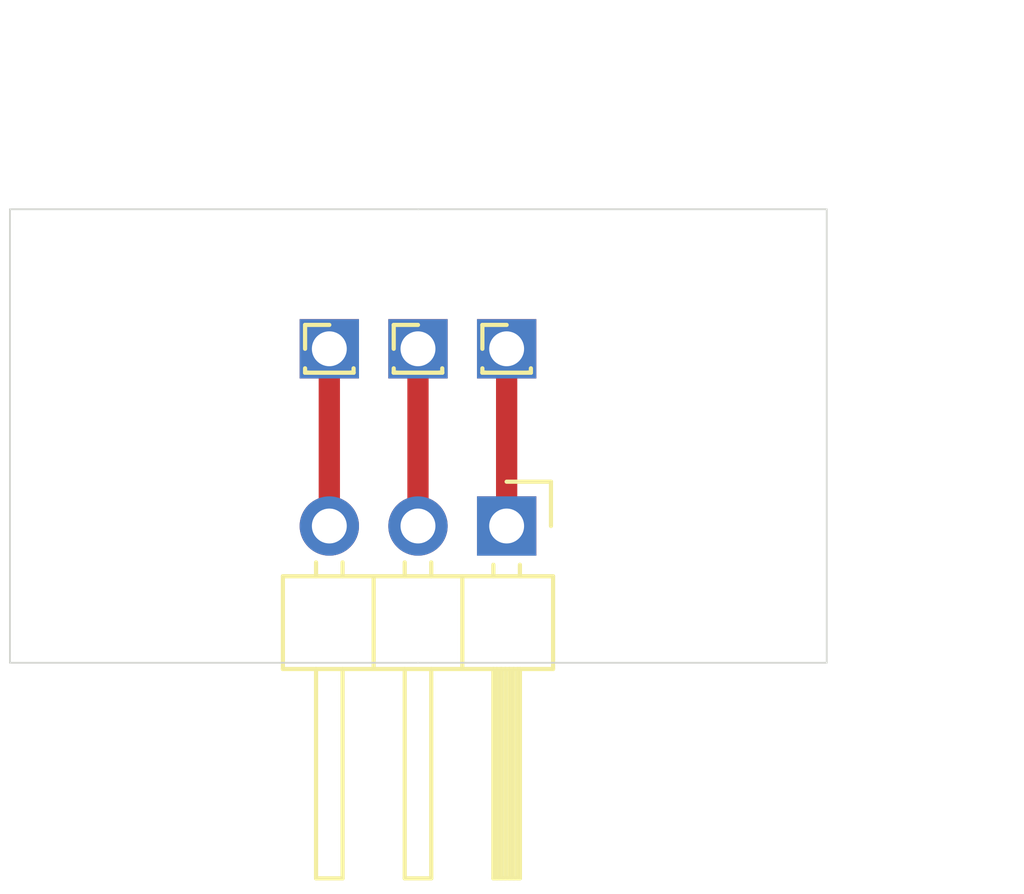
<source format=kicad_pcb>
(kicad_pcb (version 20171130) (host pcbnew "(5.1.10)-1")

  (general
    (thickness 1.6)
    (drawings 8)
    (tracks 3)
    (zones 0)
    (modules 6)
    (nets 4)
  )

  (page A4)
  (layers
    (0 F.Cu signal)
    (31 B.Cu signal)
    (32 B.Adhes user)
    (33 F.Adhes user)
    (34 B.Paste user)
    (35 F.Paste user)
    (36 B.SilkS user)
    (37 F.SilkS user)
    (38 B.Mask user)
    (39 F.Mask user)
    (40 Dwgs.User user)
    (41 Cmts.User user)
    (42 Eco1.User user)
    (43 Eco2.User user)
    (44 Edge.Cuts user)
    (45 Margin user)
    (46 B.CrtYd user)
    (47 F.CrtYd user)
    (48 B.Fab user)
    (49 F.Fab user)
  )

  (setup
    (last_trace_width 0.25)
    (user_trace_width 0.3048)
    (user_trace_width 0.4064)
    (user_trace_width 0.6096)
    (trace_clearance 0.2)
    (zone_clearance 0.508)
    (zone_45_only no)
    (trace_min 0.2)
    (via_size 0.8)
    (via_drill 0.4)
    (via_min_size 0.4)
    (via_min_drill 0.3)
    (uvia_size 0.3)
    (uvia_drill 0.1)
    (uvias_allowed no)
    (uvia_min_size 0.2)
    (uvia_min_drill 0.1)
    (edge_width 0.05)
    (segment_width 0.2)
    (pcb_text_width 0.3)
    (pcb_text_size 1.5 1.5)
    (mod_edge_width 0.12)
    (mod_text_size 1 1)
    (mod_text_width 0.15)
    (pad_size 1.7 1.7)
    (pad_drill 1)
    (pad_to_mask_clearance 0)
    (aux_axis_origin 0 0)
    (visible_elements 7FFDFF7F)
    (pcbplotparams
      (layerselection 0x010fc_ffffffff)
      (usegerberextensions true)
      (usegerberattributes false)
      (usegerberadvancedattributes false)
      (creategerberjobfile false)
      (excludeedgelayer true)
      (linewidth 0.100000)
      (plotframeref false)
      (viasonmask false)
      (mode 1)
      (useauxorigin false)
      (hpglpennumber 1)
      (hpglpenspeed 20)
      (hpglpendiameter 15.000000)
      (psnegative false)
      (psa4output false)
      (plotreference true)
      (plotvalue false)
      (plotinvisibletext false)
      (padsonsilk false)
      (subtractmaskfromsilk false)
      (outputformat 1)
      (mirror false)
      (drillshape 0)
      (scaleselection 1)
      (outputdirectory "gerber/"))
  )

  (net 0 "")
  (net 1 "Net-(H1-Pad1)")
  (net 2 "Net-(H2-Pad1)")
  (net 3 "Net-(H3-Pad1)")

  (net_class Default "This is the default net class."
    (clearance 0.2)
    (trace_width 0.25)
    (via_dia 0.8)
    (via_drill 0.4)
    (uvia_dia 0.3)
    (uvia_drill 0.1)
    (add_net "Net-(H1-Pad1)")
    (add_net "Net-(H2-Pad1)")
    (add_net "Net-(H3-Pad1)")
  )

  (module MountingHole:MountingHole_3.2mm_M3 (layer F.Cu) (tedit 56D1B4CB) (tstamp 61D5902E)
    (at 150.74 95.25)
    (descr "Mounting Hole 3.2mm, no annular, M3")
    (tags "mounting hole 3.2mm no annular m3")
    (path /61D5D965)
    (attr virtual)
    (fp_text reference H5 (at 0 -4.2) (layer F.SilkS) hide
      (effects (font (size 1 1) (thickness 0.15)))
    )
    (fp_text value MountingHole (at 0 4.2) (layer F.Fab)
      (effects (font (size 1 1) (thickness 0.15)))
    )
    (fp_circle (center 0 0) (end 3.2 0) (layer Cmts.User) (width 0.15))
    (fp_circle (center 0 0) (end 3.45 0) (layer F.CrtYd) (width 0.05))
    (fp_text user %R (at 0.3 0) (layer F.Fab)
      (effects (font (size 1 1) (thickness 0.15)))
    )
    (pad 1 np_thru_hole circle (at 0 0) (size 3.2 3.2) (drill 3.2) (layers *.Cu *.Mask))
  )

  (module MountingHole:MountingHole_3.2mm_M3 (layer F.Cu) (tedit 56D1B4CB) (tstamp 61D59026)
    (at 133.74 95.25)
    (descr "Mounting Hole 3.2mm, no annular, M3")
    (tags "mounting hole 3.2mm no annular m3")
    (path /61D5DD9F)
    (attr virtual)
    (fp_text reference H4 (at 0 -4.2) (layer F.SilkS) hide
      (effects (font (size 1 1) (thickness 0.15)))
    )
    (fp_text value MountingHole (at 0 4.2) (layer F.Fab)
      (effects (font (size 1 1) (thickness 0.15)))
    )
    (fp_circle (center 0 0) (end 3.2 0) (layer Cmts.User) (width 0.15))
    (fp_circle (center 0 0) (end 3.45 0) (layer F.CrtYd) (width 0.05))
    (fp_text user %R (at 0.3 0) (layer F.Fab)
      (effects (font (size 1 1) (thickness 0.15)))
    )
    (pad 1 np_thru_hole circle (at 0 0) (size 3.2 3.2) (drill 3.2) (layers *.Cu *.Mask))
  )

  (module Connector_PinHeader_2.54mm:PinHeader_1x03_P2.54mm_Horizontal (layer F.Cu) (tedit 59FED5CB) (tstamp 61D58594)
    (at 144.78 100.33 270)
    (descr "Through hole angled pin header, 1x03, 2.54mm pitch, 6mm pin length, single row")
    (tags "Through hole angled pin header THT 1x03 2.54mm single row")
    (path /61D595BC)
    (fp_text reference J1 (at 4.385 -2.27 90) (layer F.SilkS) hide
      (effects (font (size 1 1) (thickness 0.15)))
    )
    (fp_text value Conn_01x03 (at 4.385 7.35 90) (layer F.Fab)
      (effects (font (size 1 1) (thickness 0.15)))
    )
    (fp_line (start 2.135 -1.27) (end 4.04 -1.27) (layer F.Fab) (width 0.1))
    (fp_line (start 4.04 -1.27) (end 4.04 6.35) (layer F.Fab) (width 0.1))
    (fp_line (start 4.04 6.35) (end 1.5 6.35) (layer F.Fab) (width 0.1))
    (fp_line (start 1.5 6.35) (end 1.5 -0.635) (layer F.Fab) (width 0.1))
    (fp_line (start 1.5 -0.635) (end 2.135 -1.27) (layer F.Fab) (width 0.1))
    (fp_line (start -0.32 -0.32) (end 1.5 -0.32) (layer F.Fab) (width 0.1))
    (fp_line (start -0.32 -0.32) (end -0.32 0.32) (layer F.Fab) (width 0.1))
    (fp_line (start -0.32 0.32) (end 1.5 0.32) (layer F.Fab) (width 0.1))
    (fp_line (start 4.04 -0.32) (end 10.04 -0.32) (layer F.Fab) (width 0.1))
    (fp_line (start 10.04 -0.32) (end 10.04 0.32) (layer F.Fab) (width 0.1))
    (fp_line (start 4.04 0.32) (end 10.04 0.32) (layer F.Fab) (width 0.1))
    (fp_line (start -0.32 2.22) (end 1.5 2.22) (layer F.Fab) (width 0.1))
    (fp_line (start -0.32 2.22) (end -0.32 2.86) (layer F.Fab) (width 0.1))
    (fp_line (start -0.32 2.86) (end 1.5 2.86) (layer F.Fab) (width 0.1))
    (fp_line (start 4.04 2.22) (end 10.04 2.22) (layer F.Fab) (width 0.1))
    (fp_line (start 10.04 2.22) (end 10.04 2.86) (layer F.Fab) (width 0.1))
    (fp_line (start 4.04 2.86) (end 10.04 2.86) (layer F.Fab) (width 0.1))
    (fp_line (start -0.32 4.76) (end 1.5 4.76) (layer F.Fab) (width 0.1))
    (fp_line (start -0.32 4.76) (end -0.32 5.4) (layer F.Fab) (width 0.1))
    (fp_line (start -0.32 5.4) (end 1.5 5.4) (layer F.Fab) (width 0.1))
    (fp_line (start 4.04 4.76) (end 10.04 4.76) (layer F.Fab) (width 0.1))
    (fp_line (start 10.04 4.76) (end 10.04 5.4) (layer F.Fab) (width 0.1))
    (fp_line (start 4.04 5.4) (end 10.04 5.4) (layer F.Fab) (width 0.1))
    (fp_line (start 1.44 -1.33) (end 1.44 6.41) (layer F.SilkS) (width 0.12))
    (fp_line (start 1.44 6.41) (end 4.1 6.41) (layer F.SilkS) (width 0.12))
    (fp_line (start 4.1 6.41) (end 4.1 -1.33) (layer F.SilkS) (width 0.12))
    (fp_line (start 4.1 -1.33) (end 1.44 -1.33) (layer F.SilkS) (width 0.12))
    (fp_line (start 4.1 -0.38) (end 10.1 -0.38) (layer F.SilkS) (width 0.12))
    (fp_line (start 10.1 -0.38) (end 10.1 0.38) (layer F.SilkS) (width 0.12))
    (fp_line (start 10.1 0.38) (end 4.1 0.38) (layer F.SilkS) (width 0.12))
    (fp_line (start 4.1 -0.32) (end 10.1 -0.32) (layer F.SilkS) (width 0.12))
    (fp_line (start 4.1 -0.2) (end 10.1 -0.2) (layer F.SilkS) (width 0.12))
    (fp_line (start 4.1 -0.08) (end 10.1 -0.08) (layer F.SilkS) (width 0.12))
    (fp_line (start 4.1 0.04) (end 10.1 0.04) (layer F.SilkS) (width 0.12))
    (fp_line (start 4.1 0.16) (end 10.1 0.16) (layer F.SilkS) (width 0.12))
    (fp_line (start 4.1 0.28) (end 10.1 0.28) (layer F.SilkS) (width 0.12))
    (fp_line (start 1.11 -0.38) (end 1.44 -0.38) (layer F.SilkS) (width 0.12))
    (fp_line (start 1.11 0.38) (end 1.44 0.38) (layer F.SilkS) (width 0.12))
    (fp_line (start 1.44 1.27) (end 4.1 1.27) (layer F.SilkS) (width 0.12))
    (fp_line (start 4.1 2.16) (end 10.1 2.16) (layer F.SilkS) (width 0.12))
    (fp_line (start 10.1 2.16) (end 10.1 2.92) (layer F.SilkS) (width 0.12))
    (fp_line (start 10.1 2.92) (end 4.1 2.92) (layer F.SilkS) (width 0.12))
    (fp_line (start 1.042929 2.16) (end 1.44 2.16) (layer F.SilkS) (width 0.12))
    (fp_line (start 1.042929 2.92) (end 1.44 2.92) (layer F.SilkS) (width 0.12))
    (fp_line (start 1.44 3.81) (end 4.1 3.81) (layer F.SilkS) (width 0.12))
    (fp_line (start 4.1 4.7) (end 10.1 4.7) (layer F.SilkS) (width 0.12))
    (fp_line (start 10.1 4.7) (end 10.1 5.46) (layer F.SilkS) (width 0.12))
    (fp_line (start 10.1 5.46) (end 4.1 5.46) (layer F.SilkS) (width 0.12))
    (fp_line (start 1.042929 4.7) (end 1.44 4.7) (layer F.SilkS) (width 0.12))
    (fp_line (start 1.042929 5.46) (end 1.44 5.46) (layer F.SilkS) (width 0.12))
    (fp_line (start -1.27 0) (end -1.27 -1.27) (layer F.SilkS) (width 0.12))
    (fp_line (start -1.27 -1.27) (end 0 -1.27) (layer F.SilkS) (width 0.12))
    (fp_line (start -1.8 -1.8) (end -1.8 6.85) (layer F.CrtYd) (width 0.05))
    (fp_line (start -1.8 6.85) (end 10.55 6.85) (layer F.CrtYd) (width 0.05))
    (fp_line (start 10.55 6.85) (end 10.55 -1.8) (layer F.CrtYd) (width 0.05))
    (fp_line (start 10.55 -1.8) (end -1.8 -1.8) (layer F.CrtYd) (width 0.05))
    (fp_text user %R (at 2.77 2.54) (layer F.Fab)
      (effects (font (size 1 1) (thickness 0.15)))
    )
    (pad 3 thru_hole oval (at 0 5.08 270) (size 1.7 1.7) (drill 1) (layers *.Cu *.Mask)
      (net 3 "Net-(H3-Pad1)"))
    (pad 2 thru_hole oval (at 0 2.54 270) (size 1.7 1.7) (drill 1) (layers *.Cu *.Mask)
      (net 2 "Net-(H2-Pad1)"))
    (pad 1 thru_hole rect (at 0 0 270) (size 1.7 1.7) (drill 1) (layers *.Cu *.Mask)
      (net 1 "Net-(H1-Pad1)"))
    (model ${KISYS3DMOD}/Connector_PinHeader_2.54mm.3dshapes/PinHeader_1x03_P2.54mm_Horizontal.wrl
      (at (xyz 0 0 0))
      (scale (xyz 1 1 1))
      (rotate (xyz 0 0 0))
    )
  )

  (module Connector_PinHeader_1.00mm:PinHeader_1x01_P1.00mm_Vertical (layer F.Cu) (tedit 61E58B24) (tstamp 61D58185)
    (at 139.7 95.25)
    (descr "Through hole straight pin header, 1x01, 1.00mm pitch, single row")
    (tags "Through hole pin header THT 1x01 1.00mm single row")
    (path /61D5B0F8)
    (fp_text reference H3 (at 0 -1.56) (layer F.SilkS) hide
      (effects (font (size 1 1) (thickness 0.15)))
    )
    (fp_text value MountingHole_Pad (at 0 1.56) (layer F.Fab)
      (effects (font (size 1 1) (thickness 0.15)))
    )
    (fp_line (start -0.3175 -0.5) (end 0.635 -0.5) (layer F.Fab) (width 0.1))
    (fp_line (start 0.635 -0.5) (end 0.635 0.5) (layer F.Fab) (width 0.1))
    (fp_line (start 0.635 0.5) (end -0.635 0.5) (layer F.Fab) (width 0.1))
    (fp_line (start -0.635 0.5) (end -0.635 -0.1825) (layer F.Fab) (width 0.1))
    (fp_line (start -0.635 -0.1825) (end -0.3175 -0.5) (layer F.Fab) (width 0.1))
    (fp_line (start -0.695 0.685) (end 0.695 0.685) (layer F.SilkS) (width 0.12))
    (fp_line (start -0.695 0.685) (end -0.695 0.56) (layer F.SilkS) (width 0.12))
    (fp_line (start 0.695 0.685) (end 0.695 0.56) (layer F.SilkS) (width 0.12))
    (fp_line (start -0.695 0.685) (end -0.608276 0.685) (layer F.SilkS) (width 0.12))
    (fp_line (start 0.608276 0.685) (end 0.695 0.685) (layer F.SilkS) (width 0.12))
    (fp_line (start -0.695 0) (end -0.695 -0.685) (layer F.SilkS) (width 0.12))
    (fp_line (start -0.695 -0.685) (end 0 -0.685) (layer F.SilkS) (width 0.12))
    (fp_line (start -1.15 -1) (end -1.15 1) (layer F.CrtYd) (width 0.05))
    (fp_line (start -1.15 1) (end 1.15 1) (layer F.CrtYd) (width 0.05))
    (fp_line (start 1.15 1) (end 1.15 -1) (layer F.CrtYd) (width 0.05))
    (fp_line (start 1.15 -1) (end -1.15 -1) (layer F.CrtYd) (width 0.05))
    (fp_text user %R (at 0 0 90) (layer F.Fab)
      (effects (font (size 0.76 0.76) (thickness 0.114)))
    )
    (pad 1 thru_hole rect (at 0 0) (size 1.7 1.7) (drill 1) (layers *.Cu *.Mask)
      (net 3 "Net-(H3-Pad1)"))
    (model ${KISYS3DMOD}/Connector_PinHeader_1.00mm.3dshapes/PinHeader_1x01_P1.00mm_Vertical.wrl
      (at (xyz 0 0 0))
      (scale (xyz 1 1 1))
      (rotate (xyz 0 0 0))
    )
  )

  (module Connector_PinHeader_1.00mm:PinHeader_1x01_P1.00mm_Vertical (layer F.Cu) (tedit 61E58B20) (tstamp 61D5816F)
    (at 142.24 95.25)
    (descr "Through hole straight pin header, 1x01, 1.00mm pitch, single row")
    (tags "Through hole pin header THT 1x01 1.00mm single row")
    (path /61D5AB97)
    (fp_text reference H2 (at 0 -1.56) (layer F.SilkS) hide
      (effects (font (size 1 1) (thickness 0.15)))
    )
    (fp_text value MountingHole_Pad (at 0 1.56) (layer F.Fab)
      (effects (font (size 1 1) (thickness 0.15)))
    )
    (fp_line (start -0.3175 -0.5) (end 0.635 -0.5) (layer F.Fab) (width 0.1))
    (fp_line (start 0.635 -0.5) (end 0.635 0.5) (layer F.Fab) (width 0.1))
    (fp_line (start 0.635 0.5) (end -0.635 0.5) (layer F.Fab) (width 0.1))
    (fp_line (start -0.635 0.5) (end -0.635 -0.1825) (layer F.Fab) (width 0.1))
    (fp_line (start -0.635 -0.1825) (end -0.3175 -0.5) (layer F.Fab) (width 0.1))
    (fp_line (start -0.695 0.685) (end 0.695 0.685) (layer F.SilkS) (width 0.12))
    (fp_line (start -0.695 0.685) (end -0.695 0.56) (layer F.SilkS) (width 0.12))
    (fp_line (start 0.695 0.685) (end 0.695 0.56) (layer F.SilkS) (width 0.12))
    (fp_line (start -0.695 0.685) (end -0.608276 0.685) (layer F.SilkS) (width 0.12))
    (fp_line (start 0.608276 0.685) (end 0.695 0.685) (layer F.SilkS) (width 0.12))
    (fp_line (start -0.695 0) (end -0.695 -0.685) (layer F.SilkS) (width 0.12))
    (fp_line (start -0.695 -0.685) (end 0 -0.685) (layer F.SilkS) (width 0.12))
    (fp_line (start -1.15 -1) (end -1.15 1) (layer F.CrtYd) (width 0.05))
    (fp_line (start -1.15 1) (end 1.15 1) (layer F.CrtYd) (width 0.05))
    (fp_line (start 1.15 1) (end 1.15 -1) (layer F.CrtYd) (width 0.05))
    (fp_line (start 1.15 -1) (end -1.15 -1) (layer F.CrtYd) (width 0.05))
    (fp_text user %R (at 0 0 90) (layer F.Fab)
      (effects (font (size 0.76 0.76) (thickness 0.114)))
    )
    (pad 1 thru_hole rect (at 0 0) (size 1.7 1.7) (drill 1) (layers *.Cu *.Mask)
      (net 2 "Net-(H2-Pad1)"))
    (model ${KISYS3DMOD}/Connector_PinHeader_1.00mm.3dshapes/PinHeader_1x01_P1.00mm_Vertical.wrl
      (at (xyz 0 0 0))
      (scale (xyz 1 1 1))
      (rotate (xyz 0 0 0))
    )
  )

  (module Connector_PinHeader_1.00mm:PinHeader_1x01_P1.00mm_Vertical (layer F.Cu) (tedit 61E58B1B) (tstamp 61D58159)
    (at 144.78 95.25)
    (descr "Through hole straight pin header, 1x01, 1.00mm pitch, single row")
    (tags "Through hole pin header THT 1x01 1.00mm single row")
    (path /61D587F7)
    (fp_text reference H1 (at 0 -1.56) (layer F.SilkS) hide
      (effects (font (size 1 1) (thickness 0.15)))
    )
    (fp_text value MountingHole_Pad (at 0 1.56) (layer F.Fab)
      (effects (font (size 1 1) (thickness 0.15)))
    )
    (fp_line (start -0.3175 -0.5) (end 0.635 -0.5) (layer F.Fab) (width 0.1))
    (fp_line (start 0.635 -0.5) (end 0.635 0.5) (layer F.Fab) (width 0.1))
    (fp_line (start 0.635 0.5) (end -0.635 0.5) (layer F.Fab) (width 0.1))
    (fp_line (start -0.635 0.5) (end -0.635 -0.1825) (layer F.Fab) (width 0.1))
    (fp_line (start -0.635 -0.1825) (end -0.3175 -0.5) (layer F.Fab) (width 0.1))
    (fp_line (start -0.695 0.685) (end 0.695 0.685) (layer F.SilkS) (width 0.12))
    (fp_line (start -0.695 0.685) (end -0.695 0.56) (layer F.SilkS) (width 0.12))
    (fp_line (start 0.695 0.685) (end 0.695 0.56) (layer F.SilkS) (width 0.12))
    (fp_line (start -0.695 0.685) (end -0.608276 0.685) (layer F.SilkS) (width 0.12))
    (fp_line (start 0.608276 0.685) (end 0.695 0.685) (layer F.SilkS) (width 0.12))
    (fp_line (start -0.695 0) (end -0.695 -0.685) (layer F.SilkS) (width 0.12))
    (fp_line (start -0.695 -0.685) (end 0 -0.685) (layer F.SilkS) (width 0.12))
    (fp_line (start -1.15 -1) (end -1.15 1) (layer F.CrtYd) (width 0.05))
    (fp_line (start -1.15 1) (end 1.15 1) (layer F.CrtYd) (width 0.05))
    (fp_line (start 1.15 1) (end 1.15 -1) (layer F.CrtYd) (width 0.05))
    (fp_line (start 1.15 -1) (end -1.15 -1) (layer F.CrtYd) (width 0.05))
    (fp_text user %R (at 0 0 90) (layer F.Fab)
      (effects (font (size 0.76 0.76) (thickness 0.114)))
    )
    (pad 1 thru_hole rect (at 0 0) (size 1.7 1.7) (drill 1) (layers *.Cu *.Mask)
      (net 1 "Net-(H1-Pad1)"))
    (model ${KISYS3DMOD}/Connector_PinHeader_1.00mm.3dshapes/PinHeader_1x01_P1.00mm_Vertical.wrl
      (at (xyz 0 0 0))
      (scale (xyz 1 1 1))
      (rotate (xyz 0 0 0))
    )
  )

  (dimension 23.4 (width 0.15) (layer Dwgs.User)
    (gr_text "23.400 mm" (at 142.25 85.95) (layer Dwgs.User)
      (effects (font (size 1 1) (thickness 0.15)))
    )
    (feature1 (pts (xy 153.95 91.25) (xy 153.95 86.663579)))
    (feature2 (pts (xy 130.55 91.25) (xy 130.55 86.663579)))
    (crossbar (pts (xy 130.55 87.25) (xy 153.95 87.25)))
    (arrow1a (pts (xy 153.95 87.25) (xy 152.823496 87.836421)))
    (arrow1b (pts (xy 153.95 87.25) (xy 152.823496 86.663579)))
    (arrow2a (pts (xy 130.55 87.25) (xy 131.676504 87.836421)))
    (arrow2b (pts (xy 130.55 87.25) (xy 131.676504 86.663579)))
  )
  (dimension 13.000004 (width 0.15) (layer Dwgs.User)
    (gr_text "13.000 mm" (at 158.255075 97.753085 89.95592633) (layer Dwgs.User)
      (effects (font (size 1 1) (thickness 0.15)))
    )
    (feature1 (pts (xy 154.24 104.25) (xy 157.536496 104.252536)))
    (feature2 (pts (xy 154.25 91.25) (xy 157.546496 91.252536)))
    (crossbar (pts (xy 156.960075 91.252085) (xy 156.950075 104.252085)))
    (arrow1a (pts (xy 156.950075 104.252085) (xy 156.364521 103.12513)))
    (arrow1b (pts (xy 156.950075 104.252085) (xy 157.537362 103.126033)))
    (arrow2a (pts (xy 156.960075 91.252085) (xy 156.372788 92.378137)))
    (arrow2b (pts (xy 156.960075 91.252085) (xy 157.545629 92.37904)))
  )
  (gr_line (start 130.55 91.25) (end 142.25 91.25) (layer Edge.Cuts) (width 0.05) (tstamp 61D592B3))
  (gr_line (start 142.25 91.25) (end 153.95 91.25) (layer Edge.Cuts) (width 0.05) (tstamp 61D592B1))
  (gr_line (start 130.55 104.25) (end 142.24 104.25) (layer Edge.Cuts) (width 0.05) (tstamp 61D5917F))
  (gr_line (start 142.24 104.25) (end 153.95 104.25) (layer Edge.Cuts) (width 0.05) (tstamp 61D59165))
  (gr_line (start 130.55 104.25) (end 130.55 91.25) (layer Edge.Cuts) (width 0.05) (tstamp 61D5914D))
  (gr_line (start 153.95 91.25) (end 153.95 104.25) (layer Edge.Cuts) (width 0.05))

  (segment (start 144.78 100.33) (end 144.78 95.25) (width 0.6096) (layer F.Cu) (net 1))
  (segment (start 142.24 100.33) (end 142.24 95.25) (width 0.6096) (layer F.Cu) (net 2))
  (segment (start 139.7 100.33) (end 139.7 95.25) (width 0.6096) (layer F.Cu) (net 3))

)

</source>
